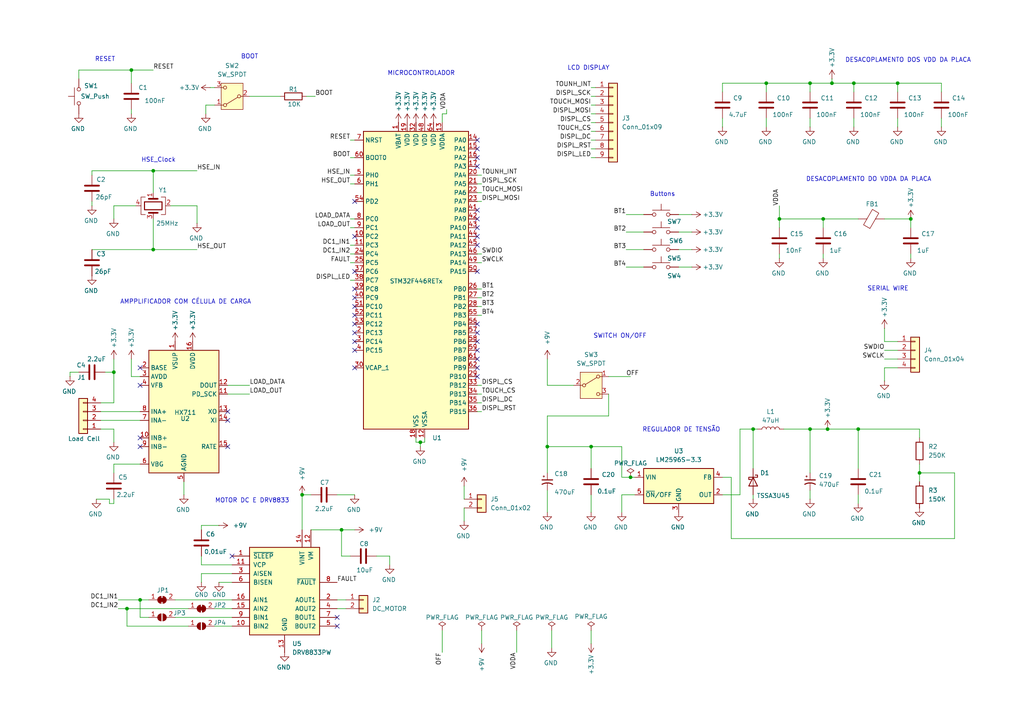
<source format=kicad_sch>
(kicad_sch (version 20231120) (generator "eeschema") (generator_version "8.0")
  (paper "A4")
  (title_block (title "Alimentador Digital Automatizado") (date "13/03/2025") (rev "V1.0") (comment 2 "Guilherme de Paula Figueiredo - 12211EAU013   ") (comment 3 "Ian Santos Rodrigues - 12211EAU018") (comment 4 "João Alexandre Albuquerque De Sá - 12411ECP020 "))
  (junction (at 247.65 24.13))
  (junction (at 99.06 153.67))
  (junction (at 222.25 24.13))
  (junction (at 87.63 143.51))
  (junction (at 182.88 138.43))
  (junction (at 260.35 24.13))
  (junction (at 40.64 173.99))
  (junction (at 36.83 176.53))
  (junction (at 158.75 129.54))
  (junction (at 218.44 124.46))
  (junction (at 234.95 124.46))
  (junction (at 44.45 72.39))
  (junction (at 240.03 124.46))
  (junction (at 241.3 24.13))
  (junction (at 44.45 49.53))
  (junction (at 266.7 137.16))
  (junction (at 234.95 24.13))
  (junction (at 38.1 20.32))
  (junction (at 264.16 63.5))
  (junction (at 121.92 128.27))
  (junction (at 171.45 129.54))
  (junction (at 238.76 63.5))
  (junction (at 226.06 63.5))
  (junction (at 33.02 107.95))
  (junction (at 248.92 124.46))
  (no_connect (at 138.43 96.52))
  (no_connect (at 138.43 66.04))
  (no_connect (at 138.43 45.72))
  (no_connect (at 138.43 93.98))
  (no_connect (at 138.43 101.6))
  (no_connect (at 138.43 68.58))
  (no_connect (at 102.87 99.06))
  (no_connect (at 102.87 96.52))
  (no_connect (at 138.43 60.96))
  (no_connect (at 66.04 119.38))
  (no_connect (at 66.04 129.54))
  (no_connect (at 138.43 104.14))
  (no_connect (at 138.43 71.12))
  (no_connect (at 66.04 121.92))
  (no_connect (at 102.87 88.9))
  (no_connect (at 40.64 111.76))
  (no_connect (at 102.87 93.98))
  (no_connect (at 138.43 109.22))
  (no_connect (at 102.87 58.42))
  (no_connect (at 97.79 179.07))
  (no_connect (at 97.79 181.61))
  (no_connect (at 138.43 40.64))
  (no_connect (at 102.87 78.74))
  (no_connect (at 138.43 78.74))
  (no_connect (at 40.64 129.54))
  (no_connect (at 138.43 99.06))
  (no_connect (at 102.87 83.82))
  (no_connect (at 102.87 91.44))
  (no_connect (at 40.64 106.68))
  (no_connect (at 67.31 161.29))
  (no_connect (at 138.43 43.18))
  (no_connect (at 102.87 68.58))
  (no_connect (at 138.43 48.26))
  (no_connect (at 138.43 106.68))
  (no_connect (at 102.87 101.6))
  (no_connect (at 40.64 127))
  (no_connect (at 102.87 86.36))
  (no_connect (at 102.87 106.68))
  (no_connect (at 138.43 63.5))
  (wire (pts (xy 247.65 24.13) (xy 260.35 24.13)))
  (wire (pts (xy 129.54 33.02) (xy 128.27 33.02)))
  (wire (pts (xy 33.02 134.62) (xy 40.64 134.62)))
  (wire (pts (xy 160.02 182.88) (xy 160.02 187.96)))
  (wire (pts (xy 34.29 173.99) (xy 40.64 173.99)))
  (wire (pts (xy 40.64 173.99) (xy 43.18 173.99)))
  (wire (pts (xy 218.44 124.46) (xy 219.71 124.46)))
  (wire (pts (xy 66.04 114.3) (xy 72.39 114.3)))
  (wire (pts (xy 226.06 63.5) (xy 226.06 66.04)))
  (wire (pts (xy 171.45 143.51) (xy 171.45 148.59)))
  (wire (pts (xy 31.75 144.78) (xy 27.94 144.78)))
  (wire (pts (xy 158.75 129.54) (xy 158.75 137.16)))
  (wire (pts (xy 33.02 59.69) (xy 39.37 59.69)))
  (wire (pts (xy 149.86 182.88) (xy 149.86 189.23)))
  (wire (pts (xy 222.25 24.13) (xy 222.25 26.67)))
  (wire (pts (xy 256.54 106.68) (xy 256.54 110.49)))
  (wire (pts (xy 26.67 58.42) (xy 26.67 59.69)))
  (wire (pts (xy 196.85 62.23) (xy 200.66 62.23)))
  (wire (pts (xy 26.67 72.39) (xy 44.45 72.39)))
  (wire (pts (xy 58.42 163.83) (xy 67.31 163.83)))
  (wire (pts (xy 176.53 114.3) (xy 176.53 120.65)))
  (wire (pts (xy 101.6 81.28) (xy 102.87 81.28)))
  (wire (pts (xy 214.63 143.51) (xy 214.63 124.46)))
  (wire (pts (xy 264.16 74.93) (xy 264.16 73.66)))
  (wire (pts (xy 87.63 143.51) (xy 90.17 143.51)))
  (wire (pts (xy 62.23 176.53) (xy 67.31 176.53)))
  (wire (pts (xy 241.3 24.13) (xy 247.65 24.13)))
  (wire (pts (xy 181.61 72.39) (xy 186.69 72.39)))
  (wire (pts (xy 134.62 147.32) (xy 134.62 151.13)))
  (wire (pts (xy 44.45 49.53) (xy 57.15 49.53)))
  (wire (pts (xy 29.21 121.92) (xy 40.64 121.92)))
  (wire (pts (xy 139.7 119.38) (xy 138.43 119.38)))
  (wire (pts (xy 138.43 76.2) (xy 139.7 76.2)))
  (wire (pts (xy 99.06 153.67) (xy 102.87 153.67)))
  (wire (pts (xy 158.75 142.24) (xy 158.75 148.59)))
  (wire (pts (xy 99.06 161.29) (xy 101.6 161.29)))
  (wire (pts (xy 58.42 166.37) (xy 67.31 166.37)))
  (wire (pts (xy 62.23 181.61) (xy 67.31 181.61)))
  (wire (pts (xy 227.33 124.46) (xy 234.95 124.46)))
  (wire (pts (xy 138.43 83.82) (xy 139.7 83.82)))
  (wire (pts (xy 266.7 134.62) (xy 266.7 137.16)))
  (wire (pts (xy 209.55 143.51) (xy 214.63 143.51)))
  (wire (pts (xy 171.45 40.64) (xy 172.72 40.64)))
  (wire (pts (xy 128.27 182.88) (xy 128.27 189.23)))
  (wire (pts (xy 123.19 128.27) (xy 121.92 128.27)))
  (wire (pts (xy 30.48 107.95) (xy 33.02 107.95)))
  (wire (pts (xy 139.7 116.84) (xy 138.43 116.84)))
  (wire (pts (xy 134.62 140.97) (xy 134.62 144.78)))
  (wire (pts (xy 171.45 129.54) (xy 171.45 135.89)))
  (wire (pts (xy 101.6 45.72) (xy 102.87 45.72)))
  (wire (pts (xy 44.45 20.32) (xy 38.1 20.32)))
  (wire (pts (xy 138.43 91.44) (xy 139.7 91.44)))
  (wire (pts (xy 260.35 24.13) (xy 273.05 24.13)))
  (wire (pts (xy 139.7 182.88) (xy 139.7 186.69)))
  (wire (pts (xy 138.43 73.66) (xy 139.7 73.66)))
  (wire (pts (xy 63.5 168.91) (xy 67.31 168.91)))
  (wire (pts (xy 212.09 156.21) (xy 276.86 156.21)))
  (wire (pts (xy 266.7 124.46) (xy 266.7 127)))
  (wire (pts (xy 138.43 53.34) (xy 139.7 53.34)))
  (wire (pts (xy 260.35 24.13) (xy 260.35 26.67)))
  (wire (pts (xy 90.17 153.67) (xy 99.06 153.67)))
  (wire (pts (xy 260.35 106.68) (xy 256.54 106.68)))
  (wire (pts (xy 256.54 63.5) (xy 264.16 63.5)))
  (wire (pts (xy 53.34 143.51) (xy 53.34 139.7)))
  (wire (pts (xy 50.8 179.07) (xy 67.31 179.07)))
  (wire (pts (xy 138.43 114.3) (xy 139.7 114.3)))
  (wire (pts (xy 101.6 40.64) (xy 102.87 40.64)))
  (wire (pts (xy 260.35 34.29) (xy 260.35 36.83)))
  (wire (pts (xy 214.63 124.46) (xy 218.44 124.46)))
  (wire (pts (xy 171.45 27.94) (xy 172.72 27.94)))
  (wire (pts (xy 60.96 25.4) (xy 62.23 25.4)))
  (wire (pts (xy 196.85 67.31) (xy 200.66 67.31)))
  (wire (pts (xy 273.05 24.13) (xy 273.05 26.67)))
  (wire (pts (xy 49.53 59.69) (xy 57.15 59.69)))
  (wire (pts (xy 57.15 59.69) (xy 57.15 64.77)))
  (wire (pts (xy 102.87 143.51) (xy 97.79 143.51)))
  (wire (pts (xy 181.61 67.31) (xy 186.69 67.31)))
  (wire (pts (xy 54.61 181.61) (xy 36.83 181.61)))
  (wire (pts (xy 138.43 55.88) (xy 139.7 55.88)))
  (wire (pts (xy 99.06 153.67) (xy 99.06 161.29)))
  (wire (pts (xy 20.32 109.22) (xy 20.32 107.95)))
  (wire (pts (xy 158.75 111.76) (xy 166.37 111.76)))
  (wire (pts (xy 97.79 176.53) (xy 100.33 176.53)))
  (wire (pts (xy 171.45 30.48) (xy 172.72 30.48)))
  (wire (pts (xy 44.45 55.88) (xy 44.45 49.53)))
  (wire (pts (xy 44.45 72.39) (xy 57.15 72.39)))
  (wire (pts (xy 36.83 176.53) (xy 36.83 181.61)))
  (wire (pts (xy 176.53 120.65) (xy 158.75 120.65)))
  (wire (pts (xy 256.54 101.6) (xy 260.35 101.6)))
  (wire (pts (xy 226.06 63.5) (xy 238.76 63.5)))
  (wire (pts (xy 58.42 152.4) (xy 63.5 152.4)))
  (wire (pts (xy 120.65 128.27) (xy 121.92 128.27)))
  (wire (pts (xy 22.86 20.32) (xy 22.86 22.86)))
  (wire (pts (xy 29.21 124.46) (xy 33.02 124.46)))
  (wire (pts (xy 101.6 50.8) (xy 102.87 50.8)))
  (wire (pts (xy 38.1 109.22) (xy 40.64 109.22)))
  (wire (pts (xy 33.02 137.16) (xy 33.02 134.62)))
  (wire (pts (xy 87.63 143.51) (xy 87.63 153.67)))
  (wire (pts (xy 212.09 138.43) (xy 212.09 156.21)))
  (wire (pts (xy 222.25 24.13) (xy 234.95 24.13)))
  (wire (pts (xy 171.45 33.02) (xy 172.72 33.02)))
  (wire (pts (xy 43.18 179.07) (xy 40.64 179.07)))
  (wire (pts (xy 171.45 182.88) (xy 171.45 186.69)))
  (wire (pts (xy 38.1 31.75) (xy 38.1 33.02)))
  (wire (pts (xy 36.83 176.53) (xy 54.61 176.53)))
  (wire (pts (xy 33.02 146.05) (xy 31.75 146.05)))
  (wire (pts (xy 171.45 43.18) (xy 172.72 43.18)))
  (wire (pts (xy 22.86 20.32) (xy 38.1 20.32)))
  (wire (pts (xy 33.02 107.95) (xy 33.02 116.84)))
  (wire (pts (xy 29.21 119.38) (xy 40.64 119.38)))
  (wire (pts (xy 180.34 143.51) (xy 180.34 148.59)))
  (wire (pts (xy 260.35 99.06) (xy 256.54 99.06)))
  (wire (pts (xy 248.92 143.51) (xy 248.92 146.05)))
  (wire (pts (xy 113.03 161.29) (xy 113.03 163.83)))
  (wire (pts (xy 26.67 49.53) (xy 44.45 49.53)))
  (wire (pts (xy 238.76 63.5) (xy 248.92 63.5)))
  (wire (pts (xy 240.03 124.46) (xy 248.92 124.46)))
  (wire (pts (xy 26.67 50.8) (xy 26.67 49.53)))
  (wire (pts (xy 266.7 137.16) (xy 266.7 139.7)))
  (wire (pts (xy 234.95 124.46) (xy 240.03 124.46)))
  (wire (pts (xy 234.95 24.13) (xy 241.3 24.13)))
  (wire (pts (xy 59.69 30.48) (xy 59.69 33.02)))
  (wire (pts (xy 29.21 116.84) (xy 33.02 116.84)))
  (wire (pts (xy 101.6 66.04) (xy 102.87 66.04)))
  (wire (pts (xy 158.75 129.54) (xy 171.45 129.54)))
  (wire (pts (xy 34.29 176.53) (xy 36.83 176.53)))
  (wire (pts (xy 241.3 22.86) (xy 241.3 24.13)))
  (wire (pts (xy 184.15 143.51) (xy 180.34 143.51)))
  (wire (pts (xy 138.43 58.42) (xy 139.7 58.42)))
  (wire (pts (xy 226.06 59.69) (xy 226.06 63.5)))
  (wire (pts (xy 209.55 26.67) (xy 209.55 24.13)))
  (wire (pts (xy 181.61 77.47) (xy 186.69 77.47)))
  (wire (pts (xy 247.65 34.29) (xy 247.65 36.83)))
  (wire (pts (xy 273.05 34.29) (xy 273.05 36.83)))
  (wire (pts (xy 248.92 124.46) (xy 266.7 124.46)))
  (wire (pts (xy 58.42 166.37) (xy 58.42 168.91)))
  (wire (pts (xy 234.95 142.24) (xy 234.95 144.78)))
  (wire (pts (xy 247.65 24.13) (xy 247.65 26.67)))
  (wire (pts (xy 33.02 144.78) (xy 33.02 146.05)))
  (wire (pts (xy 209.55 138.43) (xy 212.09 138.43)))
  (wire (pts (xy 31.75 146.05) (xy 31.75 144.78)))
  (wire (pts (xy 182.88 138.43) (xy 184.15 138.43)))
  (wire (pts (xy 109.22 161.29) (xy 113.03 161.29)))
  (wire (pts (xy 218.44 143.51) (xy 218.44 144.78)))
  (wire (pts (xy 238.76 74.93) (xy 238.76 73.66)))
  (wire (pts (xy 171.45 45.72) (xy 172.72 45.72)))
  (wire (pts (xy 171.45 129.54) (xy 180.34 129.54)))
  (wire (pts (xy 180.34 138.43) (xy 182.88 138.43)))
  (wire (pts (xy 209.55 24.13) (xy 222.25 24.13)))
  (wire (pts (xy 38.1 20.32) (xy 38.1 24.13)))
  (wire (pts (xy 209.55 34.29) (xy 209.55 36.83)))
  (wire (pts (xy 138.43 111.76) (xy 139.7 111.76)))
  (wire (pts (xy 38.1 104.14) (xy 38.1 109.22)))
  (wire (pts (xy 123.19 127) (xy 123.19 128.27)))
  (wire (pts (xy 158.75 120.65) (xy 158.75 129.54)))
  (wire (pts (xy 256.54 95.25) (xy 256.54 99.06)))
  (wire (pts (xy 101.6 63.5) (xy 102.87 63.5)))
  (wire (pts (xy 238.76 63.5) (xy 238.76 66.04)))
  (wire (pts (xy 171.45 35.56) (xy 172.72 35.56)))
  (wire (pts (xy 33.02 104.14) (xy 33.02 107.95)))
  (wire (pts (xy 101.6 76.2) (xy 102.87 76.2)))
  (wire (pts (xy 181.61 62.23) (xy 186.69 62.23)))
  (wire (pts (xy 226.06 74.93) (xy 226.06 73.66)))
  (wire (pts (xy 120.65 127) (xy 120.65 128.27)))
  (wire (pts (xy 276.86 156.21) (xy 276.86 137.16)))
  (wire (pts (xy 101.6 73.66) (xy 102.87 73.66)))
  (wire (pts (xy 138.43 50.8) (xy 139.7 50.8)))
  (wire (pts (xy 256.54 104.14) (xy 260.35 104.14)))
  (wire (pts (xy 180.34 129.54) (xy 180.34 138.43)))
  (wire (pts (xy 196.85 72.39) (xy 200.66 72.39)))
  (wire (pts (xy 234.95 24.13) (xy 234.95 26.67)))
  (wire (pts (xy 138.43 88.9) (xy 139.7 88.9)))
  (wire (pts (xy 248.92 124.46) (xy 248.92 135.89)))
  (wire (pts (xy 44.45 63.5) (xy 44.45 72.39)))
  (wire (pts (xy 72.39 27.94) (xy 81.28 27.94)))
  (wire (pts (xy 158.75 104.14) (xy 158.75 111.76)))
  (wire (pts (xy 88.9 27.94) (xy 91.44 27.94)))
  (wire (pts (xy 62.23 30.48) (xy 59.69 30.48)))
  (wire (pts (xy 40.64 179.07) (xy 40.64 173.99)))
  (wire (pts (xy 218.44 124.46) (xy 218.44 135.89)))
  (wire (pts (xy 129.54 31.75) (xy 129.54 33.02)))
  (wire (pts (xy 101.6 71.12) (xy 102.87 71.12)))
  (wire (pts (xy 222.25 34.29) (xy 222.25 36.83)))
  (wire (pts (xy 171.45 38.1) (xy 172.72 38.1)))
  (wire (pts (xy 58.42 153.67) (xy 58.42 152.4)))
  (wire (pts (xy 97.79 173.99) (xy 100.33 173.99)))
  (wire (pts (xy 33.02 63.5) (xy 33.02 59.69)))
  (wire (pts (xy 171.45 25.4) (xy 172.72 25.4)))
  (wire (pts (xy 20.32 107.95) (xy 22.86 107.95)))
  (wire (pts (xy 101.6 53.34) (xy 102.87 53.34)))
  (wire (pts (xy 33.02 124.46) (xy 33.02 128.27)))
  (wire (pts (xy 196.85 77.47) (xy 200.66 77.47)))
  (wire (pts (xy 128.27 33.02) (xy 128.27 35.56)))
  (wire (pts (xy 58.42 161.29) (xy 58.42 163.83)))
  (wire (pts (xy 264.16 63.5) (xy 264.16 66.04)))
  (wire (pts (xy 66.04 111.76) (xy 72.39 111.76)))
  (wire (pts (xy 121.92 128.27) (xy 121.92 129.54)))
  (wire (pts (xy 234.95 34.29) (xy 234.95 36.83)))
  (wire (pts (xy 234.95 124.46) (xy 234.95 137.16)))
  (wire (pts (xy 50.8 173.99) (xy 67.31 173.99)))
  (wire (pts (xy 276.86 137.16) (xy 266.7 137.16)))
  (wire (pts (xy 138.43 86.36) (xy 139.7 86.36)))
  (wire (pts (xy 176.53 109.22) (xy 182.88 109.22)))
  (text "DESACOPLAMENTO DOS VDD DA PLACA" (at 263.398 17.526 0) (effects (font (size 1.27 1.27))))
  (text "Buttons" (at 188.468 57.15 0) (effects (font (size 1.27 1.27)) (justify left bottom)))
  (text "MOTOR DC E DRV8833" (at 73.152 145.288 0) (effects (font (size 1.27 1.27))))
  (text "RESET\n" (at 30.48 17.272 0) (effects (font (size 1.27 1.27))))
  (text "DESACOPLAMENTO DO VDDA DA PLACA" (at 251.968 52.07 0) (effects (font (size 1.27 1.27))))
  (text "REGULADOR DE TENSÃO" (at 197.612 124.714 0) (effects (font (size 1.27 1.27))))
  (text "BOOT\n" (at 72.39 16.51 0) (effects (font (size 1.27 1.27))))
  (text "HSE_Clock" (at 45.974 46.482 0) (effects (font (size 1.27 1.27))))
  (text "LCD DISPLAY" (at 170.688 19.812 0) (effects (font (size 1.27 1.27))))
  (text "MICROCONTROLADOR" (at 122.174 21.336 0) (effects (font (size 1.27 1.27))))
  (text "SWITCH ON/OFF" (at 179.832 97.536 0) (effects (font (size 1.27 1.27))))
  (text "SERIAL WIRE" (at 257.556 83.82 0) (effects (font (size 1.27 1.27))))
  (text "AMPPLIFICADOR COM CÉLULA DE CARGA" (at 53.848 87.63 0) (effects (font (size 1.27 1.27))))
  (label "TOUCH_CS" (at 139.7 114.3 0))
  (label "BT4" (at 139.7 91.44 0))
  (label "DISPL_LED" (at 101.6 81.28 180))
  (label "VDDA" (at 149.86 189.23 270))
  (label "SWDIO" (at 139.7 73.66 0))
  (label "FAULT" (at 97.79 168.91 0))
  (label "DISPL_RST" (at 171.45 43.18 180))
  (label "DISPL_SCK" (at 171.45 27.94 180))
  (label "LOAD_DATA" (at 101.6 63.5 180))
  (label "LOAD_DATA" (at 72.39 111.76 0))
  (label "SWDIO" (at 256.54 101.6 180))
  (label "SWCLK" (at 139.7 76.2 0))
  (label "BT4" (at 181.61 77.47 180))
  (label "LOAD_OUT" (at 101.6 66.04 180))
  (label "BT2" (at 139.7 86.36 0))
  (label "BOOT" (at 91.44 27.94 0))
  (label "LOAD_OUT" (at 72.39 114.3 0))
  (label "TOUCH_MOSI" (at 171.45 30.48 180))
  (label "DC1_IN1" (at 101.6 71.12 180))
  (label "VDDA" (at 129.54 31.75 90))
  (label "RESET" (at 44.45 20.32 0))
  (label "DISPL_CS" (at 139.7 111.76 0))
  (label "HSE_OUT" (at 101.6 53.34 180))
  (label "DISPL_LED" (at 171.45 45.72 180))
  (label "FAULT" (at 101.6 76.2 180))
  (label "BT2" (at 181.61 67.31 180))
  (label "DC1_IN2" (at 34.29 176.53 180))
  (label "TOUNH_INT" (at 171.45 25.4 180))
  (label "DISPL_RST" (at 139.7 119.38 0))
  (label "DC1_IN2" (at 101.6 73.66 180))
  (label "BT1" (at 181.61 62.23 180))
  (label "VDDA" (at 226.06 59.69 90))
  (label "DISPL_DC" (at 171.45 40.64 180))
  (label "DISPL_SCK" (at 139.7 53.34 0))
  (label "SWCLK" (at 256.54 104.14 180))
  (label "HSE_IN" (at 101.6 50.8 180))
  (label "DISPL_MOSI" (at 171.45 33.02 180))
  (label "DISPL_CS" (at 171.45 35.56 180))
  (label "TOUNH_INT" (at 139.7 50.8 0))
  (label "DC1_IN1" (at 34.29 173.99 180))
  (label "DISPL_MOSI" (at 139.7 58.42 0))
  (label "RESET" (at 101.6 40.64 180))
  (label "DISPL_DC" (at 139.7 116.84 0))
  (label "BOOT" (at 101.6 45.72 180))
  (label "BT1" (at 139.7 83.82 0))
  (label "BT3" (at 139.7 88.9 0))
  (label "BT3" (at 181.61 72.39 180))
  (label "OFF" (at 128.27 189.23 270))
  (label "TOUCH_MOSI" (at 139.7 55.88 0))
  (label "OFF" (at 181.61 109.22 0))
  (label "HSE_IN" (at 57.15 49.53 0))
  (label "HSE_OUT" (at 57.15 72.39 0))
  (label "TOUCH_CS" (at 171.45 38.1 180))
  (symbol (lib_id "power:+3.3V") (at 123.19 35.56 0) (unit 1)
    (property "Reference" "#PWR05" (effects (hide yes)))
    (property "Value" "+3.3V" (at 123.19 29.464 90))
    (property "Description" "Power symbol creates a global label with name \"+3.3V\"" (effects (hide yes)))
  )
  (symbol (lib_id "power:+3.3V") (at 200.66 77.47 270) (unit 1)
    (property "Reference" "#PWR053" (effects (hide yes)))
    (property "Value" "+3.3V" (at 206.756 77.47 90))
    (property "Description" "Power symbol creates a global label with name \"+3.3V\"" (effects (hide yes)))
  )
  (symbol (lib_id "power:GND") (at 226.06 74.93 0) (unit 1)
    (property "Reference" "#PWR035" (effects (hide yes)))
    (property "Value" "GND" (at 225.806 79.248 0))
    (property "Description" "Power symbol creates a global label with name \"GND\" , ground" (effects (hide yes)))
  )
  (symbol (lib_id "power:GND") (at 20.32 109.22 0) (unit 1)
    (property "Reference" "#PWR058" (effects (hide yes)))
    (property "Value" "GND" (at 20.066 113.538 0))
    (property "Description" "Power symbol creates a global label with name \"GND\" , ground" (effects (hide yes)))
  )
  (symbol (lib_id "power:+3.3V") (at 256.54 95.25 0) (unit 1)
    (property "Reference" "#PWR027" (effects (hide yes)))
    (property "Value" "+3.3V" (at 256.54 89.154 90))
    (property "Description" "Power symbol creates a global label with name \"+3.3V\"" (effects (hide yes)))
  )
  (symbol (lib_id "Connector_Generic:Conn_01x04") (at 265.43 101.6 0) (unit 1)
    (property "Reference" "J4" (at 267.97 101.5999 0) (effects (justify left)))
    (property "Value" "Conn_01x04" (at 267.97 104.1399 0) (effects (justify left)))
    (property "Footprint" "Connector_PinHeader_2.00mm:PinHeader_1x04_P2.00mm_Vertical_SMD_Pin1Left" (effects (hide yes)))
    (property "Description" "Generic connector, single row, 01x04, script generated (kicad-library-utils/schlib/autogen/connector/)" (effects (hide yes)))
    (property "Codigo Mouser" "710-TSM-104-01-T-SV" (effects (hide yes)))
  )
  (symbol (lib_id "power:GND") (at 26.67 80.01 0) (unit 1)
    (property "Reference" "#PWR056" (effects (hide yes)))
    (property "Value" "GND" (at 26.416 84.328 0))
    (property "Description" "Power symbol creates a global label with name \"GND\" , ground" (effects (hide yes)))
  )
  (symbol (lib_id "power:GND") (at 57.15 64.77 0) (unit 1)
    (property "Reference" "#PWR015" (effects (hide yes)))
    (property "Value" "GND" (at 56.896 69.088 0))
    (property "Description" "Power symbol creates a global label with name \"GND\" , ground" (effects (hide yes)))
  )
  (symbol (lib_id "power:+3.3V") (at 118.11 35.56 0) (unit 1)
    (property "Reference" "#PWR03" (effects (hide yes)))
    (property "Value" "+3.3V" (at 118.11 29.464 90))
    (property "Description" "Power symbol creates a global label with name \"+3.3V\"" (effects (hide yes)))
  )
  (symbol (lib_id "power:+3.3V") (at 240.03 124.46 0) (mirror y) (unit 1)
    (property "Reference" "#PWR038" (effects (hide yes)))
    (property "Value" "+3.3V" (at 240.03 118.364 90))
    (property "Description" "Power symbol creates a global label with name \"+3.3V\"" (effects (hide yes)))
  )
  (symbol (lib_id "power:GND") (at 113.03 163.83 0) (unit 1)
    (property "Reference" "#PWR025" (effects (hide yes)))
    (property "Value" "GND" (at 112.776 168.148 0))
    (property "Description" "Power symbol creates a global label with name \"GND\" , ground" (effects (hide yes)))
  )
  (symbol (lib_id "power:PWR_FLAG") (at 171.45 182.88 0) (unit 1)
    (property "Reference" "#FLG02" (effects (hide yes)))
    (property "Value" "PWR_FLAG" (at 171.45 178.816 0))
    (property "Description" "Special symbol for telling ERC where power comes from" (effects (hide yes)))
  )
  (symbol (lib_id "Device:C") (at 273.05 30.48 0) (unit 1)
    (property "Reference" "C14" (at 276.098 28.448 0) (effects (justify left)))
    (property "Value" "100nF" (at 274.828 33.274 0) (effects (justify left)))
    (property "Footprint" "Capacitor_SMD:C_0603_1608Metric" (effects (hide yes)))
    (property "Description" "Unpolarized capacitor" (effects (hide yes)))
    (property "Codigo Mouser" "810-C1608X7R1H104K080AA" (effects (hide yes)))
  )
  (symbol (lib_id "power:+3.3V") (at 120.65 35.56 0) (unit 1)
    (property "Reference" "#PWR04" (effects (hide yes)))
    (property "Value" "+3.3V" (at 120.65 29.464 90))
    (property "Description" "Power symbol creates a global label with name \"+3.3V\"" (effects (hide yes)))
  )
  (symbol (lib_id "power:+3.3V") (at 200.66 62.23 270) (unit 1)
    (property "Reference" "#PWR059" (effects (hide yes)))
    (property "Value" "+3.3V" (at 206.756 62.23 90))
    (property "Description" "Power symbol creates a global label with name \"+3.3V\"" (effects (hide yes)))
  )
  (symbol (lib_id "Device:C") (at 58.42 157.48 0) (unit 1)
    (property "Reference" "C6" (at 59.69 154.94 0) (effects (justify left)))
    (property "Value" "0,01uF" (at 59.182 160.02 0) (effects (justify left)))
    (property "Footprint" "Capacitor_SMD:C_0603_1608Metric" (effects (hide yes)))
    (property "Description" "Unpolarized capacitor" (effects (hide yes)))
    (property "Codigo Mouser" "81-GRM1885C1H103JA01D" (effects (hide yes)))
  )
  (symbol (lib_id "Switch:SW_Push") (at 191.77 62.23 0) (unit 1)
    (property "Reference" "SW7" (at 197.612 64.262 0) (effects (justify right)))
    (property "Value" "BT1" (effects (hide yes)))
    (property "Footprint" "Button_Switch_SMD:SW_SPST_B3U-1000P-B" (effects (hide yes)))
    (property "Description" "Push button switch, generic, two pins" (effects (hide yes)))
    (property "Codigo Mouser" "688-B3U-1000P-B" (effects (hide yes)))
  )
  (symbol (lib_id "power:GND") (at 27.94 144.78 0) (unit 1)
    (property "Reference" "#PWR017" (effects (hide yes)))
    (property "Value" "GND" (at 27.686 149.098 0))
    (property "Description" "Power symbol creates a global label with name \"GND\" , ground" (effects (hide yes)))
  )
  (symbol (lib_id "Device:C") (at 26.67 76.2 0) (unit 1)
    (property "Reference" "C3" (at 27.94 73.66 0) (effects (justify left)))
    (property "Value" "26pF" (at 27.432 78.74 0) (effects (justify left)))
    (property "Footprint" "Capacitor_SMD:C_0603_1608Metric" (effects (hide yes)))
    (property "Description" "Unpolarized capacitor" (effects (hide yes)))
    (property "Codigo Mouser" "81-GRM1885C1H270JA01D" (effects (hide yes)))
  )
  (symbol (lib_id "power:GND") (at 180.34 148.59 0) (unit 1)
    (property "Reference" "#PWR042" (effects (hide yes)))
    (property "Value" "GND" (at 180.086 152.908 0))
    (property "Description" "Power symbol creates a global label with name \"GND\" , ground" (effects (hide yes)))
  )
  (symbol (lib_id "power:GND") (at 58.42 168.91 0) (unit 1)
    (property "Reference" "#PWR09" (effects (hide yes)))
    (property "Value" "GND" (at 58.42 172.466 0))
    (property "Description" "Power symbol creates a global label with name \"GND\" , ground" (effects (hide yes)))
  )
  (symbol (lib_id "power:GND") (at 248.92 146.05 0) (unit 1)
    (property "Reference" "#PWR046" (effects (hide yes)))
    (property "Value" "GND" (at 248.666 150.368 0))
    (property "Description" "Power symbol creates a global label with name \"GND\" , ground" (effects (hide yes)))
  )
  (symbol (lib_id "power:+3.3V") (at 139.7 186.69 180) (unit 1)
    (property "Reference" "#PWR063" (effects (hide yes)))
    (property "Value" "+9V" (at 139.7 192.786 90))
    (property "Description" "Power symbol creates a global label with name \"+3.3V\"" (effects (hide yes)))
  )
  (symbol (lib_id "power:+3.3V") (at 200.66 72.39 270) (unit 1)
    (property "Reference" "#PWR052" (effects (hide yes)))
    (property "Value" "+3.3V" (at 206.756 72.39 90))
    (property "Description" "Power symbol creates a global label with name \"+3.3V\"" (effects (hide yes)))
  )
  (symbol (lib_id "Device:C") (at 226.06 69.85 0) (unit 1)
    (property "Reference" "C15" (at 229.108 67.818 0) (effects (justify left)))
    (property "Value" "10nF" (at 227.838 72.644 0) (effects (justify left)))
    (property "Footprint" "Capacitor_SMD:C_0603_1608Metric" (effects (hide yes)))
    (property "Description" "Unpolarized capacitor" (effects (hide yes)))
    (property "Codigo Mouser" "810-C1608X5R1A105K080AC" (effects (hide yes)))
  )
  (symbol (lib_id "Device:C") (at 222.25 30.48 0) (unit 1)
    (property "Reference" "C10" (at 225.298 28.448 0) (effects (justify left)))
    (property "Value" "100nF" (at 224.028 33.274 0) (effects (justify left)))
    (property "Footprint" "Capacitor_SMD:C_0603_1608Metric" (effects (hide yes)))
    (property "Description" "Unpolarized capacitor" (effects (hide yes)))
    (property "Codigo Mouser" "810-C1608X7R1H104K080AA" (effects (hide yes)))
  )
  (symbol (lib_id "Device:C") (at 238.76 69.85 0) (unit 1)
    (property "Reference" "C16" (at 241.808 67.818 0) (effects (justify left)))
    (property "Value" "1uF" (at 240.538 72.644 0) (effects (justify left)))
    (property "Footprint" "Capacitor_SMD:C_0603_1608Metric" (effects (hide yes)))
    (property "Description" "Unpolarized capacitor" (effects (hide yes)))
    (property "Codigo Mouser" "80-T491X477M010AT" (effects (hide yes)))
  )
  (symbol (lib_id "power:+3.3V") (at 200.66 67.31 270) (unit 1)
    (property "Reference" "#PWR057" (effects (hide yes)))
    (property "Value" "+3.3V" (at 206.756 67.31 90))
    (property "Description" "Power symbol creates a global label with name \"+3.3V\"" (effects (hide yes)))
  )
  (symbol (lib_id "power:PWR_FLAG") (at 182.88 138.43 0) (unit 1)
    (property "Reference" "#FLG06" (effects (hide yes)))
    (property "Value" "PWR_FLAG" (at 182.88 134.366 0))
    (property "Description" "Special symbol for telling ERC where power comes from" (effects (hide yes)))
  )
  (symbol (lib_id "power:GND") (at 209.55 36.83 0) (unit 1)
    (property "Reference" "#PWR028" (effects (hide yes)))
    (property "Value" "GND" (at 209.296 41.148 0))
    (property "Description" "Power symbol creates a global label with name \"GND\" , ground" (effects (hide yes)))
  )
  (symbol (lib_id "power:+3.3V") (at 125.73 35.56 0) (unit 1)
    (property "Reference" "#PWR06" (effects (hide yes)))
    (property "Value" "+3.3V" (at 125.73 29.464 90))
    (property "Description" "Power symbol creates a global label with name \"+3.3V\"" (effects (hide yes)))
  )
  (symbol (lib_id "power:GND") (at 158.75 148.59 0) (unit 1)
    (property "Reference" "#PWR040" (effects (hide yes)))
    (property "Value" "GND" (at 158.496 152.908 0))
    (property "Description" "Power symbol creates a global label with name \"GND\" , ground" (effects (hide yes)))
  )
  (symbol (lib_id "Device:R") (at 266.7 130.81 0) (unit 1)
    (property "Reference" "R2" (at 269.24 129.5399 0) (effects (justify left)))
    (property "Value" "250K" (at 269.24 132.0799 0) (effects (justify left)))
    (property "Footprint" "Resistor_SMD:R_0805_2012Metric_Pad1.20x1.40mm_HandSolder" (effects (hide yes)))
    (property "Description" "Resistor" (effects (hide yes)))
    (property "Codigo Mouser" "603-RC0805FR-07250KL" (effects (hide yes)))
  )
  (symbol (lib_id "Device:C") (at 247.65 30.48 0) (unit 1)
    (property "Reference" "C12" (at 250.698 28.448 0) (effects (justify left)))
    (property "Value" "100nF" (at 249.428 33.274 0) (effects (justify left)))
    (property "Footprint" "Capacitor_SMD:C_0603_1608Metric" (effects (hide yes)))
    (property "Description" "Unpolarized capacitor" (effects (hide yes)))
    (property "Codigo Mouser" "810-C1608X7R1H104K080AA" (effects (hide yes)))
  )
  (symbol (lib_id "MCU_ST_STM32F4:STM32F446RETx") (at 120.65 81.28 0) (unit 1)
    (property "Reference" "U1" (at 125.3841 127 0) (effects (justify left)))
    (property "Value" "STM32F446RETx" (at 113.03 81.534 0) (effects (justify left)))
    (property "Footprint" "Package_QFP:LQFP-64_10x10mm_P0.5mm" (effects (hide yes)))
    (property "Datasheet" "https://www.st.com/resource/en/datasheet/stm32f446re.pdf" (effects (hide yes)))
    (property "Description" "STMicroelectronics Arm Cortex-M4 MCU, 512KB flash, 128KB RAM, 180 MHz, 1.8-3.6V, 50 GPIO, LQFP64" (effects (hide yes)))
    (property "Codigo Mouser" "511-STM32F446RET6" (effects (hide yes)))
  )
  (symbol (lib_id "power:+3.3V") (at 38.1 104.14 0) (unit 1)
    (property "Reference" "#PWR054" (effects (hide yes)))
    (property "Value" "+3.3V" (at 38.1 98.044 90))
    (property "Description" "Power symbol creates a global label with name \"+3.3V\"" (effects (hide yes)))
  )
  (symbol (lib_id "Device:C") (at 26.67 107.95 90) (unit 1)
    (property "Reference" "C4" (at 24.892 105.918 90) (effects (justify left)))
    (property "Value" "2.2uF" (at 30.734 104.14 90) (effects (justify left)))
    (property "Footprint" "Capacitor_SMD:C_0603_1608Metric" (effects (hide yes)))
    (property "Description" "Unpolarized capacitor" (effects (hide yes)))
    (property "Codigo Mouser" "810-C1608X5R1A225K080AC" (effects (hide yes)))
  )
  (symbol (lib_id "Switch:SW_SPDT") (at 171.45 111.76 0) (unit 1)
    (property "Reference" "SW3" (at 171.45 102.87 0))
    (property "Value" "SW_SPDT" (at 171.45 105.41 0))
    (property "Footprint" "Button_Switch_SMD:SW_SPDT_CK_JS102011SAQN" (effects (hide yes)))
    (property "Description" "Switch, single pole double throw" (effects (hide yes)))
    (property "Codigo Mouser" "611-JS102011SAQN" (effects (hide yes)))
  )
  (symbol (lib_id "power:GND") (at 218.44 144.78 0) (unit 1)
    (property "Reference" "#PWR044" (effects (hide yes)))
    (property "Value" "GND" (at 218.186 149.098 0))
    (property "Description" "Power symbol creates a global label with name \"GND\" , ground" (effects (hide yes)))
  )
  (symbol (lib_name "DRV8833PW_1") (lib_id "Driver_Motor:DRV8833PW") (at 82.55 171.45 0) (unit 1)
    (property "Reference" "U5" (at 84.7441 186.69 0) (effects (justify left)))
    (property "Value" "DRV8833PW" (at 84.7441 189.23 0) (effects (justify left)))
    (property "Footprint" "Package_SO:TSSOP-16_4.4x5mm_P0.65mm" (effects (hide yes)))
    (property "Datasheet" "http://www.ti.com/lit/ds/symlink/drv8833.pdf" (effects (hide yes)))
    (property "Description" "Dual H-Bridge Motor Driver, TSSOP-16" (effects (hide yes)))
  )
  (symbol (lib_id "Device:C") (at 260.35 30.48 0) (unit 1)
    (property "Reference" "C13" (at 263.398 28.448 0) (effects (justify left)))
    (property "Value" "100nF" (at 262.128 33.274 0) (effects (justify left)))
    (property "Footprint" "Capacitor_SMD:C_0603_1608Metric" (effects (hide yes)))
    (property "Description" "Unpolarized capacitor" (effects (hide yes)))
    (property "Codigo Mouser" "810-C1608X7R1H104K080AA" (effects (hide yes)))
  )
  (symbol (lib_id "Switch:SW_SPDT") (at 67.31 27.94 180) (unit 1)
    (property "Reference" "SW2" (at 67.31 19.05 0))
    (property "Value" "SW_SPDT" (at 67.31 21.59 0))
    (property "Footprint" "Button_Switch_SMD:SW_SPDT_CK_JS102011SAQN" (effects (hide yes)))
    (property "Description" "Switch, single pole double throw" (effects (hide yes)))
    (property "Codigo Mouser" "611-JS102011SAQN" (effects (hide yes)))
  )
  (symbol (lib_id "power:PWR_FLAG") (at 149.86 182.88 0) (unit 1)
    (property "Reference" "#FLG03" (effects (hide yes)))
    (property "Value" "PWR_FLAG" (at 149.86 179.07 0))
    (property "Description" "Special symbol for telling ERC where power comes from" (effects (hide yes)))
  )
  (symbol (lib_id "Device:C_Polarized_Small_US") (at 158.75 139.7 0) (unit 1)
    (property "Reference" "C18" (at 160.782 137.414 0) (effects (justify left)))
    (property "Value" "470uF" (at 160.782 142.748 0) (effects (justify left)))
    (property "Footprint" "Capacitor_SMD:C_0603_1608Metric" (effects (hide yes)))
    (property "Description" "Polarized capacitor, small US symbol" (effects (hide yes)))
    (property "Codigo Mouser" "810-C1608X7R1H104K080AA" (effects (hide yes)))
  )
  (symbol (lib_id "power:GND") (at 102.87 143.51 0) (unit 1)
    (property "Reference" "#PWR023" (effects (hide yes)))
    (property "Value" "GND" (at 102.616 147.828 0))
    (property "Description" "Power symbol creates a global label with name \"GND\" , ground" (effects (hide yes)))
  )
  (symbol (lib_id "Device:R") (at 266.7 143.51 0) (unit 1)
    (property "Reference" "R3" (at 269.24 142.2399 0) (effects (justify left)))
    (property "Value" "150K" (at 269.24 144.7799 0) (effects (justify left)))
    (property "Footprint" "Resistor_SMD:R_0805_2012Metric_Pad1.20x1.40mm_HandSolder" (effects (hide yes)))
    (property "Description" "Resistor" (effects (hide yes)))
    (property "Codigo Mouser" "603-RC0805FR-07150KL" (effects (hide yes)))
  )
  (symbol (lib_id "power:GND") (at 63.5 168.91 0) (unit 1)
    (property "Reference" "#PWR064" (effects (hide yes)))
    (property "Value" "GND" (at 63.5 172.466 0))
    (property "Description" "Power symbol creates a global label with name \"GND\" , ground" (effects (hide yes)))
  )
  (symbol (lib_id "power:GND") (at 222.25 36.83 0) (unit 1)
    (property "Reference" "#PWR029" (effects (hide yes)))
    (property "Value" "GND" (at 221.996 41.148 0))
    (property "Description" "Power symbol creates a global label with name \"GND\" , ground" (effects (hide yes)))
  )
  (symbol (lib_id "Device:Crystal_GND24") (at 44.45 59.69 270) (unit 1)
    (property "Reference" "Y1" (at 47.244 55.118 90))
    (property "Value" "25MHz" (at 48.514 64.77 90))
    (property "Footprint" "Crystal:Crystal_SMD_SeikoEpson_FA238V-4Pin_3.2x2.5mm" (effects (hide yes)))
    (property "Description" "Four pin crystal, GND on pins 2 and 4" (effects (hide yes)))
    (property "Codigo Mouser" "517-FA238V25.0000MBPZ" (effects (hide yes)))
  )
  (symbol (lib_id "power:GND") (at 234.95 36.83 0) (unit 1)
    (property "Reference" "#PWR030" (effects (hide yes)))
    (property "Value" "GND" (at 234.696 41.148 0))
    (property "Description" "Power symbol creates a global label with name \"GND\" , ground" (effects (hide yes)))
  )
  (symbol (lib_id "power:GND") (at 33.02 63.5 0) (unit 1)
    (property "Reference" "#PWR014" (effects (hide yes)))
    (property "Value" "GND" (at 32.766 67.818 0))
    (property "Description" "Power symbol creates a global label with name \"GND\" , ground" (effects (hide yes)))
  )
  (symbol (lib_id "Analog_ADC:HX711") (at 53.34 119.38 0) (unit 1)
    (property "Reference" "U2" (at 52.324 121.412 0) (effects (justify left)))
    (property "Value" "HX711" (at 50.546 119.634 0) (effects (justify left)))
    (property "Footprint" "Package_SO:SOP-16_3.9x9.9mm_P1.27mm" (effects (hide yes)))
    (property "Datasheet" "https://web.archive.org/web/20220615044707/https://akizukidenshi.com/download/ds/avia/hx711.pdf" (effects (hide yes)))
    (property "Description" "24-Bit Analog-to-Digital Converter (ADC) for Weight Scales" (effects (hide yes)))
    (property "Codigo Mouser" "700-HX711" (effects (hide yes)))
  )
  (symbol (lib_id "power:+3.3V") (at 171.45 186.69 180) (unit 1)
    (property "Reference" "#PWR050" (effects (hide yes)))
    (property "Value" "+3.3V" (at 171.45 192.786 90))
    (property "Description" "Power symbol creates a global label with name \"+3.3V\"" (effects (hide yes)))
  )
  (symbol (lib_id "Jumper:SolderJumper_2_Bridged") (at 46.99 173.99 0) (unit 1)
    (property "Reference" "JP1" (at 47.244 171.196 0))
    (property "Value" "SolderJumper_2_Bridged" (effects (hide yes)))
    (property "Footprint" "Jumper:SolderJumper-2_P1.3mm_Bridged_RoundedPad1.0x1.5mm" (effects (hide yes)))
    (property "Description" "Solder Jumper, 2-pole, closed/bridged" (effects (hide yes)))
  )
  (symbol (lib_id "Regulator_Switching:LM2596S-3.3") (at 196.85 140.97 0) (unit 1)
    (property "Reference" "U3" (at 196.85 130.81 0))
    (property "Value" "LM2596S-3.3" (at 196.85 133.35 0))
    (property "Footprint" "Package_TO_SOT_SMD:TO-263-5_TabPin3" (effects (hide yes)))
    (property "Datasheet" "http://www.ti.com/lit/ds/symlink/lm2596.pdf" (effects (hide yes)))
    (property "Description" "3.3V 3A Step-Down Voltage Regulator, TO-263" (effects (hide yes)))
    (property "Codigo Mouser" "926-LM2596S-3.3/NOPB" (effects (hide yes)))
  )
  (symbol (lib_id "power:GND") (at 33.02 128.27 0) (unit 1)
    (property "Reference" "#PWR019" (effects (hide yes)))
    (property "Value" "GND" (at 32.766 132.588 0))
    (property "Description" "Power symbol creates a global label with name \"GND\" , ground" (effects (hide yes)))
  )
  (symbol (lib_id "Connector_Generic:Conn_01x04") (at 24.13 121.92 180) (unit 1)
    (property "Reference" "J1" (at 23.622 109.474 0))
    (property "Value" "Load Cell" (at 24.384 127.254 0))
    (property "Footprint" "Connector_PinHeader_2.00mm:PinHeader_1x04_P2.00mm_Vertical_SMD_Pin1Left" (effects (hide yes)))
    (property "Description" "Generic connector, single row, 01x04, script generated (kicad-library-utils/schlib/autogen/connector/)" (effects (hide yes)))
    (property "Codigo Mouser" "710-TSM-104-01-T-SV" (effects (hide yes)))
  )
  (symbol (lib_id "power:GND") (at 171.45 148.59 0) (unit 1)
    (property "Reference" "#PWR041" (effects (hide yes)))
    (property "Value" "GND" (at 171.196 152.908 0))
    (property "Description" "Power symbol creates a global label with name \"GND\" , ground" (effects (hide yes)))
  )
  (symbol (lib_id "power:GND") (at 273.05 36.83 0) (unit 1)
    (property "Reference" "#PWR033" (effects (hide yes)))
    (property "Value" "GND" (at 272.796 41.148 0))
    (property "Description" "Power symbol creates a global label with name \"GND\" , ground" (effects (hide yes)))
  )
  (symbol (lib_id "Device:C") (at 38.1 27.94 0) (unit 1)
    (property "Reference" "C1" (at 40.132 25.4 0) (effects (justify left)))
    (property "Value" "100nF" (at 41.91 29.2099 0) (effects (justify left)))
    (property "Footprint" "Capacitor_SMD:C_0603_1608Metric" (effects (hide yes)))
    (property "Description" "Unpolarized capacitor" (effects (hide yes)))
    (property "Codigo Mouser" "810-C1608X7R1H104K080AA" (effects (hide yes)))
  )
  (symbol (lib_id "Jumper:SolderJumper_2_Bridged") (at 58.42 176.53 0) (unit 1)
    (property "Reference" "JP2" (at 63.754 175.514 0))
    (property "Value" "SolderJumper_2_Bridged" (effects (hide yes)))
    (property "Footprint" "Jumper:SolderJumper-2_P1.3mm_Bridged_RoundedPad1.0x1.5mm" (effects (hide yes)))
    (property "Description" "Solder Jumper, 2-pole, closed/bridged" (effects (hide yes)))
  )
  (symbol (lib_id "Device:C") (at 105.41 161.29 90) (unit 1)
    (property "Reference" "C8" (at 106.934 157.734 90) (effects (justify left)))
    (property "Value" "10uF" (at 108.204 165.354 90) (effects (justify left)))
    (property "Footprint" "Capacitor_SMD:C_0603_1608Metric" (effects (hide yes)))
    (property "Description" "Unpolarized capacitor" (effects (hide yes)))
    (property "Codigo Mouser" "810-C1608X5R0J106M080AC" (effects (hide yes)))
  )
  (symbol (lib_id "Connector_Generic:Conn_01x02") (at 139.7 144.78 0) (unit 1)
    (property "Reference" "J5" (at 142.24 144.7799 0) (effects (justify left)))
    (property "Value" "Conn_01x02" (at 142.24 147.3199 0) (effects (justify left)))
    (property "Footprint" "Connector_PinHeader_2.00mm:PinHeader_1x02_P2.00mm_Vertical_SMD_Pin1Left" (effects (hide yes)))
    (property "Description" "Generic connector, single row, 01x02, script generated (kicad-library-utils/schlib/autogen/connector/)" (effects (hide yes)))
    (property "Codigo Mouser" "710-TSM-102-01-T-SV" (effects (hide yes)))
  )
  (symbol (lib_id "Switch:SW_Push") (at 22.86 27.94 90) (unit 1)
    (property "Reference" "SW1" (at 24.384 24.892 90) (effects (justify right)))
    (property "Value" "SW_Push" (at 23.368 27.94 90) (effects (justify right)))
    (property "Footprint" "Button_Switch_SMD:SW_SPST_B3U-1000P-B" (effects (hide yes)))
    (property "Description" "Push button switch, generic, two pins" (effects (hide yes)))
    (property "Codigo Mouser" "688-B3U-1000P-B" (effects (hide yes)))
  )
  (symbol (lib_id "Switch:SW_Push") (at 191.77 77.47 0) (unit 1)
    (property "Reference" "SW4" (at 197.612 80.01 0) (effects (justify right)))
    (property "Value" "BT4" (effects (hide yes)))
    (property "Footprint" "Button_Switch_SMD:SW_SPST_B3U-1000P-B" (effects (hide yes)))
    (property "Description" "Push button switch, generic, two pins" (effects (hide yes)))
    (property "Codigo Mouser" "688-B3U-1000P-B" (effects (hide yes)))
  )
  (symbol (lib_id "power:GND") (at 38.1 33.02 0) (unit 1)
    (property "Reference" "#PWR010" (effects (hide yes)))
    (property "Value" "GND" (at 37.846 37.338 0))
    (property "Description" "Power symbol creates a global label with name \"GND\" , ground" (effects (hide yes)))
  )
  (symbol (lib_id "power:GND") (at 59.69 33.02 0) (unit 1)
    (property "Reference" "#PWR013" (effects (hide yes)))
    (property "Value" "GND" (at 59.436 37.338 0))
    (property "Description" "Power symbol creates a global label with name \"GND\" , ground" (effects (hide yes)))
  )
  (symbol (lib_id "power:PWR_FLAG") (at 160.02 182.88 0) (unit 1)
    (property "Reference" "#FLG04" (effects (hide yes)))
    (property "Value" "PWR_FLAG" (at 160.02 179.07 0))
    (property "Description" "Special symbol for telling ERC where power comes from" (effects (hide yes)))
  )
  (symbol (lib_id "power:+3.3V") (at 264.16 63.5 0) (unit 1)
    (property "Reference" "#PWR049" (effects (hide yes)))
    (property "Value" "+3.3V" (at 264.16 57.404 90))
    (property "Description" "Power symbol creates a global label with name \"+3.3V\"" (effects (hide yes)))
  )
  (symbol (lib_id "power:+3.3V") (at 241.3 22.86 0) (unit 1)
    (property "Reference" "#PWR034" (effects (hide yes)))
    (property "Value" "+3.3V" (at 241.3 16.764 90))
    (property "Description" "Power symbol creates a global label with name \"+3.3V\"" (effects (hide yes)))
  )
  (symbol (lib_id "power:GND") (at 266.7 147.32 0) (unit 1)
    (property "Reference" "#PWR047" (effects (hide yes)))
    (property "Value" "GND" (at 266.446 151.638 0))
    (property "Description" "Power symbol creates a global label with name \"GND\" , ground" (effects (hide yes)))
  )
  (symbol (lib_id "Device:L") (at 223.52 124.46 90) (unit 1)
    (property "Reference" "L1" (at 223.52 119.38 90))
    (property "Value" "47uH" (at 223.52 121.92 90))
    (property "Footprint" "Inductor_SMD:L_6.3x6.3_H3" (effects (hide yes)))
    (property "Description" "Inductor" (effects (hide yes)))
    (property "Codigo Mouser" "81-RL1265S-470M" (effects (hide yes)))
  )
  (symbol (lib_id "Device:C") (at 234.95 30.48 0) (unit 1)
    (property "Reference" "C11" (at 237.998 28.448 0) (effects (justify left)))
    (property "Value" "100nF" (at 236.728 33.274 0) (effects (justify left)))
    (property "Footprint" "Capacitor_SMD:C_0603_1608Metric" (effects (hide yes)))
    (property "Description" "Unpolarized capacitor" (effects (hide yes)))
    (property "Codigo Mouser" "810-C1608X7R1H104K080AA" (effects (hide yes)))
  )
  (symbol (lib_id "power:+3.3V") (at 134.62 140.97 0) (unit 1)
    (property "Reference" "#PWR060" (effects (hide yes)))
    (property "Value" "+9V" (at 134.62 134.874 90))
    (property "Description" "Power symbol creates a global label with name \"+3.3V\"" (effects (hide yes)))
  )
  (symbol (lib_id "power:+3.3V") (at 115.57 35.56 0) (unit 1)
    (property "Reference" "#PWR02" (effects (hide yes)))
    (property "Value" "+3.3V" (at 115.57 29.464 90))
    (property "Description" "Power symbol creates a global label with name \"+3.3V\"" (effects (hide yes)))
  )
  (symbol (lib_id "power:GND") (at 234.95 144.78 0) (unit 1)
    (property "Reference" "#PWR045" (effects (hide yes)))
    (property "Value" "GND" (at 234.696 149.098 0))
    (property "Description" "Power symbol creates a global label with name \"GND\" , ground" (effects (hide yes)))
  )
  (symbol (lib_id "Device:C") (at 33.02 140.97 0) (unit 1)
    (property "Reference" "C5" (at 34.29 138.43 0) (effects (justify left)))
    (property "Value" "2.2uF" (at 33.782 143.51 0) (effects (justify left)))
    (property "Footprint" "Capacitor_SMD:C_0603_1608Metric" (effects (hide yes)))
    (property "Description" "Unpolarized capacitor" (effects (hide yes)))
    (property "Codigo Mouser" "810-C1608X5R1A225K080AC" (effects (hide yes)))
  )
  (symbol (lib_id "Device:R") (at 85.09 27.94 90) (unit 1)
    (property "Reference" "R1" (at 85.09 25.908 90))
    (property "Value" "10K" (at 85.344 30.226 90))
    (property "Footprint" "Resistor_SMD:R_0603_1608Metric" (effects (hide yes)))
    (property "Description" "Resistor" (effects (hide yes)))
    (property "Codigo Mouser" "603-RC0603FR-0710KL" (effects (hide yes)))
  )
  (symbol (lib_id "Switch:SW_Push") (at 191.77 67.31 0) (unit 1)
    (property "Reference" "SW6" (at 198.12 69.85 0) (effects (justify right)))
    (property "Value" "BT2" (effects (hide yes)))
    (property "Footprint" "Button_Switch_SMD:SW_SPST_B3U-1000P-B" (effects (hide yes)))
    (property "Description" "Push button switch, generic, two pins" (effects (hide yes)))
    (property "Codigo Mouser" "688-B3U-1000P-B" (effects (hide yes)))
  )
  (symbol (lib_id "Device:D_Schottky") (at 218.44 139.7 270) (unit 1)
    (property "Reference" "D1" (at 220.472 137.16 90) (effects (justify left)))
    (property "Value" "TSSA3U45" (at 219.456 143.764 90) (effects (justify left)))
    (property "Footprint" "Diode_SMD:D_0603_1608Metric_Pad1.05x0.95mm_HandSolder" (effects (hide yes)))
    (property "Description" "Schottky diode" (effects (hide yes)))
    (property "Codigo Mouser" "78-BZX384C3V3-7-F" (effects (hide yes)))
  )
  (symbol (lib_id "power:PWR_FLAG") (at 139.7 182.88 0) (unit 1)
    (property "Reference" "#FLG01" (effects (hide yes)))
    (property "Value" "PWR_FLAG" (at 139.7 179.07 0))
    (property "Description" "Special symbol for telling ERC where power comes from" (effects (hide yes)))
  )
  (symbol (lib_id "Device:C") (at 93.98 143.51 90) (unit 1)
    (property "Reference" "C7" (at 95.504 139.954 90) (effects (justify left)))
    (property "Value" "2.2uF" (at 96.774 147.574 90) (effects (justify left)))
    (property "Footprint" "Capacitor_SMD:C_0603_1608Metric" (effects (hide yes)))
    (property "Description" "Unpolarized capacitor" (effects (hide yes)))
    (property "Codigo Mouser" "810-C1608X5R1A225K080AC" (effects (hide yes)))
  )
  (symbol (lib_id "power:+3.3V") (at 87.63 143.51 0) (unit 1)
    (property "Reference" "#PWR024" (effects (hide yes)))
    (property "Value" "+9V" (at 87.63 137.414 90))
    (property "Description" "Power symbol creates a global label with name \"+3.3V\"" (effects (hide yes)))
  )
  (symbol (lib_id "power:GND") (at 82.55 189.23 0) (unit 1)
    (property "Reference" "#PWR022" (effects (hide yes)))
    (property "Value" "GND" (at 82.296 193.548 0))
    (property "Description" "Power symbol creates a global label with name \"GND\" , ground" (effects (hide yes)))
  )
  (symbol (lib_id "power:GND") (at 238.76 74.93 0) (unit 1)
    (property "Reference" "#PWR036" (effects (hide yes)))
    (property "Value" "GND" (at 238.506 79.248 0))
    (property "Description" "Power symbol creates a global label with name \"GND\" , ground" (effects (hide yes)))
  )
  (symbol (lib_id "Connector_Generic:Conn_01x09") (at 177.8 35.56 0) (unit 1)
    (property "Reference" "J3" (at 180.34 34.2899 0) (effects (justify left)))
    (property "Value" "Conn_01x09" (at 180.34 36.8299 0) (effects (justify left)))
    (property "Footprint" "Connector_PinHeader_2.54mm:PinHeader_1x09_P2.54mm_Vertical" (effects (hide yes)))
    (property "Description" "Generic connector, single row, 01x09, script generated (kicad-library-utils/schlib/autogen/connector/)" (effects (hide yes)))
    (property "Codigo Mouser" "710-TSW-109-07-G-S" (effects (hide yes)))
  )
  (symbol (lib_id "power:GND") (at 247.65 36.83 0) (unit 1)
    (property "Reference" "#PWR031" (effects (hide yes)))
    (property "Value" "GND" (at 247.396 41.148 0))
    (property "Description" "Power symbol creates a global label with name \"GND\" , ground" (effects (hide yes)))
  )
  (symbol (lib_id "power:+3.3V") (at 55.88 99.06 0) (unit 1)
    (property "Reference" "#PWR021" (effects (hide yes)))
    (property "Value" "+3.3V" (at 55.88 92.964 90))
    (property "Description" "Power symbol creates a global label with name \"+3.3V\"" (effects (hide yes)))
  )
  (symbol (lib_id "Switch:SW_Push") (at 191.77 72.39 0) (unit 1)
    (property "Reference" "SW5" (at 197.612 74.93 0) (effects (justify right)))
    (property "Value" "BT3" (effects (hide yes)))
    (property "Footprint" "Button_Switch_SMD:SW_SPST_B3U-1000P-B" (effects (hide yes)))
    (property "Description" "Push button switch, generic, two pins" (effects (hide yes)))
    (property "Codigo Mouser" "688-B3U-1000P-B" (effects (hide yes)))
  )
  (symbol (lib_id "power:+3.3V") (at 63.5 152.4 270) (unit 1)
    (property "Reference" "#PWR062" (effects (hide yes)))
    (property "Value" "+9V" (at 69.596 152.4 90))
    (property "Description" "Power symbol creates a global label with name \"+3.3V\"" (effects (hide yes)))
  )
  (symbol (lib_id "power:GND") (at 26.67 59.69 0) (unit 1)
    (property "Reference" "#PWR055" (effects (hide yes)))
    (property "Value" "GND" (at 26.416 64.008 0))
    (property "Description" "Power symbol creates a global label with name \"GND\" , ground" (effects (hide yes)))
  )
  (symbol (lib_id "Device:FerriteBead") (at 252.73 63.5 90) (unit 1)
    (property "Reference" "FB1" (at 252.984 59.182 90))
    (property "Value" "FerriteBead" (effects (hide yes)))
    (property "Footprint" "Inductor_SMD:L_0603_1608Metric_Pad1.05x0.95mm_HandSolder" (effects (hide yes)))
    (property "Description" "Ferrite bead" (effects (hide yes)))
    (property "Codigo Mouser" "81-BLM18AG601SN1D" (effects (hide yes)))
  )
  (symbol (lib_id "power:GND") (at 260.35 36.83 0) (unit 1)
    (property "Reference" "#PWR032" (effects (hide yes)))
    (property "Value" "GND" (at 260.096 41.148 0))
    (property "Description" "Power symbol creates a global label with name \"GND\" , ground" (effects (hide yes)))
  )
  (symbol (lib_id "Device:C") (at 264.16 69.85 0) (unit 1)
    (property "Reference" "C17" (at 267.208 67.818 0) (effects (justify left)))
    (property "Value" "1uF" (at 265.938 72.644 0) (effects (justify left)))
    (property "Footprint" "Capacitor_SMD:C_0603_1608Metric" (effects (hide yes)))
    (property "Description" "Unpolarized capacitor" (effects (hide yes)))
    (property "Codigo Mouser" "80-T491X477M010AT" (effects (hide yes)))
  )
  (symbol (lib_id "power:GND") (at 22.86 33.02 0) (unit 1)
    (property "Reference" "#PWR08" (effects (hide yes)))
    (property "Value" "GND" (at 22.606 37.338 0))
    (property "Description" "Power symbol creates a global label with name \"GND\" , ground" (effects (hide yes)))
  )
  (symbol (lib_id "power:+3.3V") (at 60.96 25.4 90) (unit 1)
    (property "Reference" "#PWR012" (effects (hide yes)))
    (property "Value" "+3.3V" (at 54.864 25.4 90))
    (property "Description" "Power symbol creates a global label with name \"+3.3V\"" (effects (hide yes)))
  )
  (symbol (lib_id "power:GND") (at 160.02 187.96 0) (unit 1)
    (property "Reference" "#PWR07" (effects (hide yes)))
    (property "Value" "GND" (at 159.766 192.278 0))
    (property "Description" "Power symbol creates a global label with name \"GND\" , ground" (effects (hide yes)))
  )
  (symbol (lib_id "Jumper:SolderJumper_2_Open") (at 46.99 179.07 0) (unit 1)
    (property "Reference" "JP3" (at 52.07 177.8 0))
    (property "Value" "SolderJumper_2_Open" (effects (hide yes)))
    (property "Footprint" "Jumper:SolderJumper-2_P1.3mm_Open_RoundedPad1.0x1.5mm" (effects (hide yes)))
    (property "Description" "Solder Jumper, 2-pole, open" (effects (hide yes)))
  )
  (symbol (lib_id "power:+3.3V") (at 50.8 99.06 0) (unit 1)
    (property "Reference" "#PWR020" (effects (hide yes)))
    (property "Value" "+3.3V" (at 50.8 92.964 90))
    (property "Description" "Power symbol creates a global label with name \"+3.3V\"" (effects (hide yes)))
  )
  (symbol (lib_id "Jumper:SolderJumper_2_Open") (at 58.42 181.61 0) (unit 1)
    (property "Reference" "JP4" (at 63.754 180.594 0))
    (property "Value" "SolderJumper_2_Open" (effects (hide yes)))
    (property "Footprint" "Jumper:SolderJumper-2_P1.3mm_Open_RoundedPad1.0x1.5mm" (effects (hide yes)))
    (property "Description" "Solder Jumper, 2-pole, open" (effects (hide yes)))
  )
  (symbol (lib_id "power:GND") (at 264.16 74.93 0) (unit 1)
    (property "Reference" "#PWR037" (effects (hide yes)))
    (property "Value" "GND" (at 263.906 79.248 0))
    (property "Description" "Power symbol creates a global label with name \"GND\" , ground" (effects (hide yes)))
  )
  (symbol (lib_id "power:GND") (at 134.62 151.13 0) (unit 1)
    (property "Reference" "#PWR051" (effects (hide yes)))
    (property "Value" "GND" (at 134.366 155.448 0))
    (property "Description" "Power symbol creates a global label with name \"GND\" , ground" (effects (hide yes)))
  )
  (symbol (lib_id "power:+3.3V") (at 33.02 104.14 0) (unit 1)
    (property "Reference" "#PWR018" (effects (hide yes)))
    (property "Value" "+3.3V" (at 33.02 98.044 90))
    (property "Description" "Power symbol creates a global label with name \"+3.3V\"" (effects (hide yes)))
  )
  (symbol (lib_id "Device:C") (at 26.67 54.61 0) (unit 1)
    (property "Reference" "C2" (at 27.94 52.07 0) (effects (justify left)))
    (property "Value" "26pF" (at 27.686 57.15 0) (effects (justify left)))
    (property "Footprint" "Capacitor_SMD:C_0603_1608Metric" (effects (hide yes)))
    (property "Description" "Unpolarized capacitor" (effects (hide yes)))
    (property "Codigo Mouser" "81-GRM1885C1H270JA01D" (effects (hide yes)))
  )
  (symbol (lib_id "power:PWR_FLAG") (at 128.27 182.88 0) (unit 1)
    (property "Reference" "#FLG05" (effects (hide yes)))
    (property "Value" "PWR_FLAG" (at 128.27 179.07 0))
    (property "Description" "Special symbol for telling ERC where power comes from" (effects (hide yes)))
  )
  (symbol (lib_id "power:GND") (at 121.92 129.54 0) (unit 1)
    (property "Reference" "#PWR01" (effects (hide yes)))
    (property "Value" "GND" (at 121.666 133.858 0))
    (property "Description" "Power symbol creates a global label with name \"GND\" , ground" (effects (hide yes)))
  )
  (symbol (lib_id "power:+3.3V") (at 158.75 104.14 0) (unit 1)
    (property "Reference" "#PWR011" (effects (hide yes)))
    (property "Value" "+9V" (at 158.75 98.044 90))
    (property "Description" "Power symbol creates a global label with name \"+3.3V\"" (effects (hide yes)))
  )
  (symbol (lib_id "power:GND") (at 196.85 148.59 0) (unit 1)
    (property "Reference" "#PWR043" (effects (hide yes)))
    (property "Value" "GND" (at 196.596 152.908 0))
    (property "Description" "Power symbol creates a global label with name \"GND\" , ground" (effects (hide yes)))
  )
  (symbol (lib_id "Device:C") (at 248.92 139.7 0) (unit 1)
    (property "Reference" "C21" (at 251.968 137.668 0) (effects (justify left)))
    (property "Value" "0.1uF" (at 250.698 142.494 0) (effects (justify left)))
    (property "Footprint" "Capacitor_SMD:C_0603_1608Metric" (effects (hide yes)))
    (property "Description" "Unpolarized capacitor" (effects (hide yes)))
    (property "Codigo Mouser" "810-C1608X7R1H104K080AA" (effects (hide yes)))
  )
  (symbol (lib_id "power:GND") (at 256.54 110.49 0) (unit 1)
    (property "Reference" "#PWR026" (effects (hide yes)))
    (property "Value" "GND" (at 256.286 114.808 0))
    (property "Description" "Power symbol creates a global label with name \"GND\" , ground" (effects (hide yes)))
  )
  (symbol (lib_id "power:+3.3V") (at 102.87 153.67 270) (unit 1)
    (property "Reference" "#PWR061" (effects (hide yes)))
    (property "Value" "+9V" (at 108.966 153.67 90))
    (property "Description" "Power symbol creates a global label with name \"+3.3V\"" (effects (hide yes)))
  )
  (symbol (lib_id "Connector_Generic:Conn_01x02") (at 105.41 173.99 0) (unit 1)
    (property "Reference" "J2" (at 107.95 173.9899 0) (effects (justify left)))
    (property "Value" "DC_MOTOR" (at 107.95 176.5299 0) (effects (justify left)))
    (property "Footprint" "Connector_PinHeader_2.00mm:PinHeader_1x02_P2.00mm_Vertical_SMD_Pin1Left" (effects (hide yes)))
    (property "Description" "Generic connector, single row, 01x02, script generated (kicad-library-utils/schlib/autogen/connector/)" (effects (hide yes)))
    (property "Codigo Mouser" "710-TSM-102-01-T-SV" (effects (hide yes)))
  )
  (symbol (lib_id "Device:C") (at 209.55 30.48 0) (unit 1)
    (property "Reference" "C9" (at 212.598 28.448 0) (effects (justify left)))
    (property "Value" "4.7uF" (at 211.328 33.274 0) (effects (justify left)))
    (property "Footprint" "Capacitor_SMD:C_0603_1608Metric" (effects (hide yes)))
    (property "Description" "Unpolarized capacitor" (effects (hide yes)))
    (property "Codigo Mouser" "810-C1608X5R1A475K080AC" (effects (hide yes)))
  )
  (symbol (lib_id "power:GND") (at 53.34 143.51 0) (unit 1)
    (property "Reference" "#PWR016" (effects (hide yes)))
    (property "Value" "GND" (at 53.086 147.828 0))
    (property "Description" "Power symbol creates a global label with name \"GND\" , ground" (effects (hide yes)))
  )
  (symbol (lib_id "Device:C") (at 171.45 139.7 0) (unit 1)
    (property "Reference" "C20" (at 174.498 137.668 0) (effects (justify left)))
    (property "Value" "0.1uF" (at 173.228 142.494 0) (effects (justify left)))
    (property "Footprint" "Capacitor_SMD:C_0603_1608Metric" (effects (hide yes)))
    (property "Description" "Unpolarized capacitor" (effects (hide yes)))
    (property "Codigo Mouser" "810-C1608X7R1H104K080AA" (effects (hide yes)))
  )
  (symbol (lib_id "Device:C_Polarized_Small_US") (at 234.95 139.7 0) (unit 1)
    (property "Reference" "C19" (at 237.49 137.9981 0) (effects (justify left)))
    (property "Value" "470uF" (at 237.49 140.5381 0) (effects (justify left)))
    (property "Footprint" "Capacitor_SMD:C_0603_1608Metric" (effects (hide yes)))
    (property "Description" "Polarized capacitor, small US symbol" (effects (hide yes)))
    (property "Codigo Mouser" "810-C1608X7R1H104K080AA" (effects (hide yes)))
  )
)
</source>
